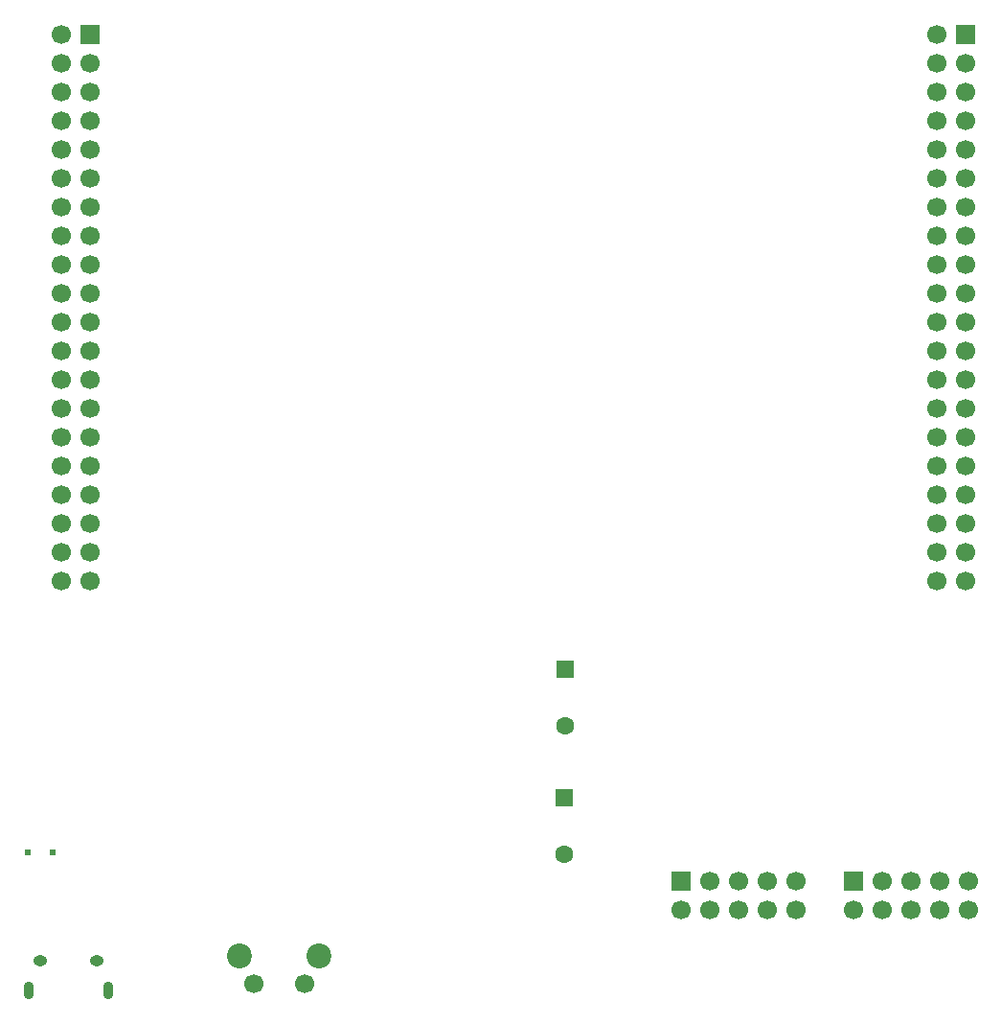
<source format=gbs>
%TF.GenerationSoftware,KiCad,Pcbnew,9.0.6-9.0.6~ubuntu25.04.1*%
%TF.CreationDate,2025-12-03T21:27:17+01:00*%
%TF.ProjectId,CPU,4350552e-6b69-4636-9164-5f7063625858,V0.4*%
%TF.SameCoordinates,Original*%
%TF.FileFunction,Soldermask,Bot*%
%TF.FilePolarity,Negative*%
%FSLAX46Y46*%
G04 Gerber Fmt 4.6, Leading zero omitted, Abs format (unit mm)*
G04 Created by KiCad (PCBNEW 9.0.6-9.0.6~ubuntu25.04.1) date 2025-12-03 21:27:17*
%MOMM*%
%LPD*%
G01*
G04 APERTURE LIST*
%ADD10R,1.600000X1.600000*%
%ADD11C,1.600000*%
%ADD12R,1.700000X1.700000*%
%ADD13C,1.700000*%
%ADD14O,0.890000X1.550000*%
%ADD15O,1.250000X0.950000*%
%ADD16C,2.200000*%
%ADD17C,0.610000*%
G04 APERTURE END LIST*
D10*
%TO.C,C201*%
X139950000Y-125741067D03*
D11*
X139950000Y-130741067D03*
%TD*%
D12*
%TO.C,J602*%
X150154000Y-144445000D03*
D13*
X150154000Y-146985000D03*
X152694000Y-144445000D03*
X152694000Y-146985000D03*
X155234000Y-144445000D03*
X155234000Y-146985000D03*
X157774000Y-144445000D03*
X157774000Y-146985000D03*
X160314000Y-144445000D03*
X160314000Y-146985000D03*
%TD*%
D14*
%TO.C,J101*%
X92552000Y-154109400D03*
D15*
X93552000Y-151409400D03*
X98552000Y-151409400D03*
D14*
X99552000Y-154109400D03*
%TD*%
D16*
%TO.C,SW102*%
X118174000Y-150990000D03*
X111174000Y-150990000D03*
D13*
X116924000Y-153490000D03*
X112424000Y-153490000D03*
%TD*%
D10*
%TO.C,C202*%
X139850000Y-137050000D03*
D11*
X139850000Y-142050000D03*
%TD*%
D17*
%TO.C,FL301*%
X94614700Y-141909800D03*
X92404700Y-141909800D03*
%TD*%
D12*
%TO.C,J501*%
X97984000Y-69620000D03*
D13*
X95444000Y-69620000D03*
X97984000Y-72160000D03*
X95444000Y-72160000D03*
X97984000Y-74700000D03*
X95444000Y-74700000D03*
X97984000Y-77240000D03*
X95444000Y-77240000D03*
X97984000Y-79780000D03*
X95444000Y-79780000D03*
X97984000Y-82320000D03*
X95444000Y-82320000D03*
X97984000Y-84860000D03*
X95444000Y-84860000D03*
X97984000Y-87400000D03*
X95444000Y-87400000D03*
X97984000Y-89940000D03*
X95444000Y-89940000D03*
X97984000Y-92480000D03*
X95444000Y-92480000D03*
X97984000Y-95020000D03*
X95444000Y-95020000D03*
X97984000Y-97560000D03*
X95444000Y-97560000D03*
X97984000Y-100100000D03*
X95444000Y-100100000D03*
X97984000Y-102640000D03*
X95444000Y-102640000D03*
X97984000Y-105180000D03*
X95444000Y-105180000D03*
X97984000Y-107720000D03*
X95444000Y-107720000D03*
X97984000Y-110260000D03*
X95444000Y-110260000D03*
X97984000Y-112800000D03*
X95444000Y-112800000D03*
X97984000Y-115340000D03*
X95444000Y-115340000D03*
X97984000Y-117880000D03*
X95444000Y-117880000D03*
%TD*%
D12*
%TO.C,J601*%
X165394000Y-144445000D03*
D13*
X165394000Y-146985000D03*
X167934000Y-144445000D03*
X167934000Y-146985000D03*
X170474000Y-144445000D03*
X170474000Y-146985000D03*
X173014000Y-144445000D03*
X173014000Y-146985000D03*
X175554000Y-144445000D03*
X175554000Y-146985000D03*
%TD*%
D12*
%TO.C,J502*%
X175344000Y-69620000D03*
D13*
X172804000Y-69620000D03*
X175344000Y-72160000D03*
X172804000Y-72160000D03*
X175344000Y-74700000D03*
X172804000Y-74700000D03*
X175344000Y-77240000D03*
X172804000Y-77240000D03*
X175344000Y-79780000D03*
X172804000Y-79780000D03*
X175344000Y-82320000D03*
X172804000Y-82320000D03*
X175344000Y-84860000D03*
X172804000Y-84860000D03*
X175344000Y-87400000D03*
X172804000Y-87400000D03*
X175344000Y-89940000D03*
X172804000Y-89940000D03*
X175344000Y-92480000D03*
X172804000Y-92480000D03*
X175344000Y-95020000D03*
X172804000Y-95020000D03*
X175344000Y-97560000D03*
X172804000Y-97560000D03*
X175344000Y-100100000D03*
X172804000Y-100100000D03*
X175344000Y-102640000D03*
X172804000Y-102640000D03*
X175344000Y-105180000D03*
X172804000Y-105180000D03*
X175344000Y-107720000D03*
X172804000Y-107720000D03*
X175344000Y-110260000D03*
X172804000Y-110260000D03*
X175344000Y-112800000D03*
X172804000Y-112800000D03*
X175344000Y-115340000D03*
X172804000Y-115340000D03*
X175344000Y-117880000D03*
X172804000Y-117880000D03*
%TD*%
M02*

</source>
